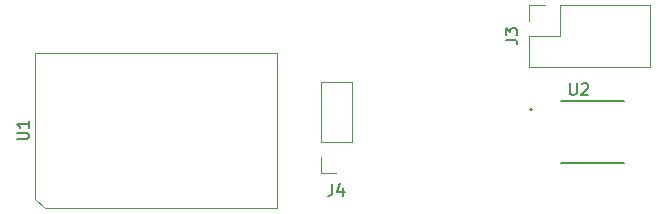
<source format=gto>
G04 #@! TF.GenerationSoftware,KiCad,Pcbnew,(5.1.8)-1*
G04 #@! TF.CreationDate,2021-12-09T12:47:02+01:00*
G04 #@! TF.ProjectId,Prototyp,50726f74-6f74-4797-902e-6b696361645f,rev?*
G04 #@! TF.SameCoordinates,Original*
G04 #@! TF.FileFunction,Legend,Top*
G04 #@! TF.FilePolarity,Positive*
%FSLAX46Y46*%
G04 Gerber Fmt 4.6, Leading zero omitted, Abs format (unit mm)*
G04 Created by KiCad (PCBNEW (5.1.8)-1) date 2021-12-09 12:47:02*
%MOMM*%
%LPD*%
G01*
G04 APERTURE LIST*
%ADD10C,0.120000*%
%ADD11C,0.200000*%
%ADD12C,0.127000*%
%ADD13C,0.150000*%
%ADD14C,0.400000*%
%ADD15O,1.700000X1.700000*%
%ADD16R,1.700000X1.700000*%
%ADD17R,0.320000X0.800000*%
G04 APERTURE END LIST*
D10*
X234382000Y-110677000D02*
X234382000Y-108077000D01*
X234382000Y-110677000D02*
X244662000Y-110677000D01*
X244662000Y-110677000D02*
X244662000Y-105477000D01*
X236982000Y-105477000D02*
X244662000Y-105477000D01*
X236982000Y-108077000D02*
X236982000Y-105477000D01*
X234382000Y-108077000D02*
X236982000Y-108077000D01*
X234382000Y-105477000D02*
X235712000Y-105477000D01*
X234382000Y-106807000D02*
X234382000Y-105477000D01*
X193359000Y-122658000D02*
X192559000Y-121858000D01*
X192559000Y-121858000D02*
X192559000Y-109498000D01*
X192559000Y-109498000D02*
X213079000Y-109498000D01*
X213079000Y-109498000D02*
X213079000Y-122658000D01*
X213079000Y-122658000D02*
X193359000Y-122658000D01*
X219389000Y-117094000D02*
X216729000Y-117094000D01*
X219389000Y-117094000D02*
X219389000Y-111954000D01*
X219389000Y-111954000D02*
X216729000Y-111954000D01*
X216729000Y-117094000D02*
X216729000Y-111954000D01*
X216729000Y-119694000D02*
X216729000Y-118364000D01*
X218059000Y-119694000D02*
X216729000Y-119694000D01*
D11*
X234641000Y-114300000D02*
G75*
G03*
X234641000Y-114300000I-100000J0D01*
G01*
D12*
X237131000Y-113585000D02*
X242421000Y-113585000D01*
X237131000Y-118825000D02*
X242421000Y-118825000D01*
D13*
X232394380Y-108410333D02*
X233108666Y-108410333D01*
X233251523Y-108457952D01*
X233346761Y-108553190D01*
X233394380Y-108696047D01*
X233394380Y-108791285D01*
X232394380Y-108029380D02*
X232394380Y-107410333D01*
X232775333Y-107743666D01*
X232775333Y-107600809D01*
X232822952Y-107505571D01*
X232870571Y-107457952D01*
X232965809Y-107410333D01*
X233203904Y-107410333D01*
X233299142Y-107457952D01*
X233346761Y-107505571D01*
X233394380Y-107600809D01*
X233394380Y-107886523D01*
X233346761Y-107981761D01*
X233299142Y-108029380D01*
X191011380Y-116839904D02*
X191820904Y-116839904D01*
X191916142Y-116792285D01*
X191963761Y-116744666D01*
X192011380Y-116649428D01*
X192011380Y-116458952D01*
X191963761Y-116363714D01*
X191916142Y-116316095D01*
X191820904Y-116268476D01*
X191011380Y-116268476D01*
X192011380Y-115268476D02*
X192011380Y-115839904D01*
X192011380Y-115554190D02*
X191011380Y-115554190D01*
X191154238Y-115649428D01*
X191249476Y-115744666D01*
X191297095Y-115839904D01*
X217725666Y-120586380D02*
X217725666Y-121300666D01*
X217678047Y-121443523D01*
X217582809Y-121538761D01*
X217439952Y-121586380D01*
X217344714Y-121586380D01*
X218630428Y-120919714D02*
X218630428Y-121586380D01*
X218392333Y-120538761D02*
X218154238Y-121253047D01*
X218773285Y-121253047D01*
X237839095Y-112072380D02*
X237839095Y-112881904D01*
X237886714Y-112977142D01*
X237934333Y-113024761D01*
X238029571Y-113072380D01*
X238220047Y-113072380D01*
X238315285Y-113024761D01*
X238362904Y-112977142D01*
X238410523Y-112881904D01*
X238410523Y-112072380D01*
X238839095Y-112167619D02*
X238886714Y-112120000D01*
X238981952Y-112072380D01*
X239220047Y-112072380D01*
X239315285Y-112120000D01*
X239362904Y-112167619D01*
X239410523Y-112262857D01*
X239410523Y-112358095D01*
X239362904Y-112500952D01*
X238791476Y-113072380D01*
X239410523Y-113072380D01*
%LPC*%
D14*
X219314619Y-130571761D02*
X219314619Y-128571761D01*
X219981285Y-130000333D01*
X220647952Y-128571761D01*
X220647952Y-130571761D01*
X221600333Y-130381285D02*
X221695571Y-130476523D01*
X221600333Y-130571761D01*
X221505095Y-130476523D01*
X221600333Y-130381285D01*
X221600333Y-130571761D01*
X224076523Y-130571761D02*
X224076523Y-128571761D01*
X225219380Y-130571761D01*
X225219380Y-128571761D01*
X226076523Y-130000333D02*
X227028904Y-130000333D01*
X225886047Y-130571761D02*
X226552714Y-128571761D01*
X227219380Y-130571761D01*
X227886047Y-130571761D02*
X227886047Y-128571761D01*
X228362238Y-128571761D01*
X228647952Y-128667000D01*
X228838428Y-128857476D01*
X228933666Y-129047952D01*
X229028904Y-129428904D01*
X229028904Y-129714619D01*
X228933666Y-130095571D01*
X228838428Y-130286047D01*
X228647952Y-130476523D01*
X228362238Y-130571761D01*
X227886047Y-130571761D01*
X229790809Y-130000333D02*
X230743190Y-130000333D01*
X229600333Y-130571761D02*
X230267000Y-128571761D01*
X230933666Y-130571761D01*
X232743190Y-130571761D02*
X232076523Y-129619380D01*
X231600333Y-130571761D02*
X231600333Y-128571761D01*
X232362238Y-128571761D01*
X232552714Y-128667000D01*
X232647952Y-128762238D01*
X232743190Y-128952714D01*
X232743190Y-129238428D01*
X232647952Y-129428904D01*
X232552714Y-129524142D01*
X232362238Y-129619380D01*
X231600333Y-129619380D01*
X233409857Y-128571761D02*
X234743190Y-128571761D01*
X233409857Y-130571761D01*
X234743190Y-130571761D01*
X235886047Y-129619380D02*
X235886047Y-130571761D01*
X235219380Y-128571761D02*
X235886047Y-129619380D01*
X236552714Y-128571761D01*
X237219380Y-130571761D02*
X237219380Y-128571761D01*
X238362238Y-130571761D01*
X238362238Y-128571761D01*
X237981285Y-127809857D02*
X237695571Y-128095571D01*
X239219380Y-130476523D02*
X239505095Y-130571761D01*
X239981285Y-130571761D01*
X240171761Y-130476523D01*
X240267000Y-130381285D01*
X240362238Y-130190809D01*
X240362238Y-130000333D01*
X240267000Y-129809857D01*
X240171761Y-129714619D01*
X239981285Y-129619380D01*
X239600333Y-129524142D01*
X239409857Y-129428904D01*
X239314619Y-129333666D01*
X239219380Y-129143190D01*
X239219380Y-128952714D01*
X239314619Y-128762238D01*
X239409857Y-128667000D01*
X239600333Y-128571761D01*
X240076523Y-128571761D01*
X240362238Y-128667000D01*
X241219380Y-130571761D02*
X241219380Y-128571761D01*
X242362238Y-130571761D02*
X241505095Y-129428904D01*
X242362238Y-128571761D02*
X241219380Y-129714619D01*
X243219380Y-130571761D02*
X243219380Y-128571761D01*
D15*
X243332000Y-109347000D03*
X243332000Y-106807000D03*
X240792000Y-109347000D03*
X240792000Y-106807000D03*
X238252000Y-109347000D03*
X238252000Y-106807000D03*
X235712000Y-109347000D03*
D16*
X235712000Y-106807000D03*
D17*
X212419000Y-121758000D03*
X212419000Y-110398000D03*
X211619000Y-121758000D03*
X211619000Y-110398000D03*
X210819000Y-121758000D03*
X210819000Y-110398000D03*
X210019000Y-121758000D03*
X210019000Y-110398000D03*
X209219000Y-121758000D03*
X209219000Y-110398000D03*
X208419000Y-121758000D03*
X208419000Y-110398000D03*
X207619000Y-121758000D03*
X207619000Y-110398000D03*
X206819000Y-121758000D03*
X206819000Y-110398000D03*
X206019000Y-121758000D03*
X206019000Y-110398000D03*
X205219000Y-121758000D03*
X205219000Y-110398000D03*
X204419000Y-121758000D03*
X204419000Y-110398000D03*
X203619000Y-121758000D03*
X203619000Y-110398000D03*
X202819000Y-121758000D03*
X202819000Y-110398000D03*
X202019000Y-121758000D03*
X202019000Y-110398000D03*
X201219000Y-121758000D03*
X201219000Y-110398000D03*
X200419000Y-121758000D03*
X200419000Y-110398000D03*
X199619000Y-121758000D03*
X199619000Y-110398000D03*
X198819000Y-121758000D03*
X198819000Y-110398000D03*
X198019000Y-121758000D03*
X198019000Y-110398000D03*
X197219000Y-121758000D03*
X197219000Y-110398000D03*
X196419000Y-121758000D03*
X196419000Y-110398000D03*
X195619000Y-121758000D03*
X195619000Y-110398000D03*
X194819000Y-121758000D03*
X194819000Y-110398000D03*
X194019000Y-121758000D03*
X194019000Y-110398000D03*
X193219000Y-121758000D03*
X193219000Y-110398000D03*
D15*
X218059000Y-113284000D03*
X218059000Y-115824000D03*
D16*
X218059000Y-118364000D03*
D15*
X213741000Y-102870000D03*
X213741000Y-105410000D03*
X211201000Y-102870000D03*
X211201000Y-105410000D03*
X208661000Y-102870000D03*
X208661000Y-105410000D03*
X206121000Y-102870000D03*
X206121000Y-105410000D03*
X203581000Y-102870000D03*
X203581000Y-105410000D03*
X201041000Y-102870000D03*
X201041000Y-105410000D03*
X198501000Y-102870000D03*
X198501000Y-105410000D03*
X195961000Y-102870000D03*
X195961000Y-105410000D03*
X193421000Y-102870000D03*
X193421000Y-105410000D03*
X190881000Y-102870000D03*
D16*
X190881000Y-105410000D03*
D15*
X213868000Y-126238000D03*
X213868000Y-128778000D03*
X211328000Y-126238000D03*
X211328000Y-128778000D03*
X208788000Y-126238000D03*
X208788000Y-128778000D03*
X206248000Y-126238000D03*
X206248000Y-128778000D03*
X203708000Y-126238000D03*
X203708000Y-128778000D03*
X201168000Y-126238000D03*
X201168000Y-128778000D03*
X198628000Y-126238000D03*
X198628000Y-128778000D03*
X196088000Y-126238000D03*
X196088000Y-128778000D03*
X193548000Y-126238000D03*
X193548000Y-128778000D03*
X191008000Y-126238000D03*
D16*
X191008000Y-128778000D03*
G36*
G01*
X242536000Y-114549400D02*
X242536000Y-114050600D01*
G75*
G02*
X242576600Y-114010000I40600J0D01*
G01*
X244145400Y-114010000D01*
G75*
G02*
X244186000Y-114050600I0J-40600D01*
G01*
X244186000Y-114549400D01*
G75*
G02*
X244145400Y-114590000I-40600J0D01*
G01*
X242576600Y-114590000D01*
G75*
G02*
X242536000Y-114549400I0J40600D01*
G01*
G37*
G36*
G01*
X242536000Y-115819400D02*
X242536000Y-115320600D01*
G75*
G02*
X242576600Y-115280000I40600J0D01*
G01*
X244145400Y-115280000D01*
G75*
G02*
X244186000Y-115320600I0J-40600D01*
G01*
X244186000Y-115819400D01*
G75*
G02*
X244145400Y-115860000I-40600J0D01*
G01*
X242576600Y-115860000D01*
G75*
G02*
X242536000Y-115819400I0J40600D01*
G01*
G37*
G36*
G01*
X242536000Y-117089400D02*
X242536000Y-116590600D01*
G75*
G02*
X242576600Y-116550000I40600J0D01*
G01*
X244145400Y-116550000D01*
G75*
G02*
X244186000Y-116590600I0J-40600D01*
G01*
X244186000Y-117089400D01*
G75*
G02*
X244145400Y-117130000I-40600J0D01*
G01*
X242576600Y-117130000D01*
G75*
G02*
X242536000Y-117089400I0J40600D01*
G01*
G37*
G36*
G01*
X242536000Y-118359400D02*
X242536000Y-117860600D01*
G75*
G02*
X242576600Y-117820000I40600J0D01*
G01*
X244145400Y-117820000D01*
G75*
G02*
X244186000Y-117860600I0J-40600D01*
G01*
X244186000Y-118359400D01*
G75*
G02*
X244145400Y-118400000I-40600J0D01*
G01*
X242576600Y-118400000D01*
G75*
G02*
X242536000Y-118359400I0J40600D01*
G01*
G37*
G36*
G01*
X235366000Y-118359400D02*
X235366000Y-117860600D01*
G75*
G02*
X235406600Y-117820000I40600J0D01*
G01*
X236975400Y-117820000D01*
G75*
G02*
X237016000Y-117860600I0J-40600D01*
G01*
X237016000Y-118359400D01*
G75*
G02*
X236975400Y-118400000I-40600J0D01*
G01*
X235406600Y-118400000D01*
G75*
G02*
X235366000Y-118359400I0J40600D01*
G01*
G37*
G36*
G01*
X235366000Y-117089400D02*
X235366000Y-116590600D01*
G75*
G02*
X235406600Y-116550000I40600J0D01*
G01*
X236975400Y-116550000D01*
G75*
G02*
X237016000Y-116590600I0J-40600D01*
G01*
X237016000Y-117089400D01*
G75*
G02*
X236975400Y-117130000I-40600J0D01*
G01*
X235406600Y-117130000D01*
G75*
G02*
X235366000Y-117089400I0J40600D01*
G01*
G37*
G36*
G01*
X235366000Y-115819400D02*
X235366000Y-115320600D01*
G75*
G02*
X235406600Y-115280000I40600J0D01*
G01*
X236975400Y-115280000D01*
G75*
G02*
X237016000Y-115320600I0J-40600D01*
G01*
X237016000Y-115819400D01*
G75*
G02*
X236975400Y-115860000I-40600J0D01*
G01*
X235406600Y-115860000D01*
G75*
G02*
X235366000Y-115819400I0J40600D01*
G01*
G37*
G36*
G01*
X235366000Y-114549400D02*
X235366000Y-114050600D01*
G75*
G02*
X235406600Y-114010000I40600J0D01*
G01*
X236975400Y-114010000D01*
G75*
G02*
X237016000Y-114050600I0J-40600D01*
G01*
X237016000Y-114549400D01*
G75*
G02*
X236975400Y-114590000I-40600J0D01*
G01*
X235406600Y-114590000D01*
G75*
G02*
X235366000Y-114549400I0J40600D01*
G01*
G37*
M02*

</source>
